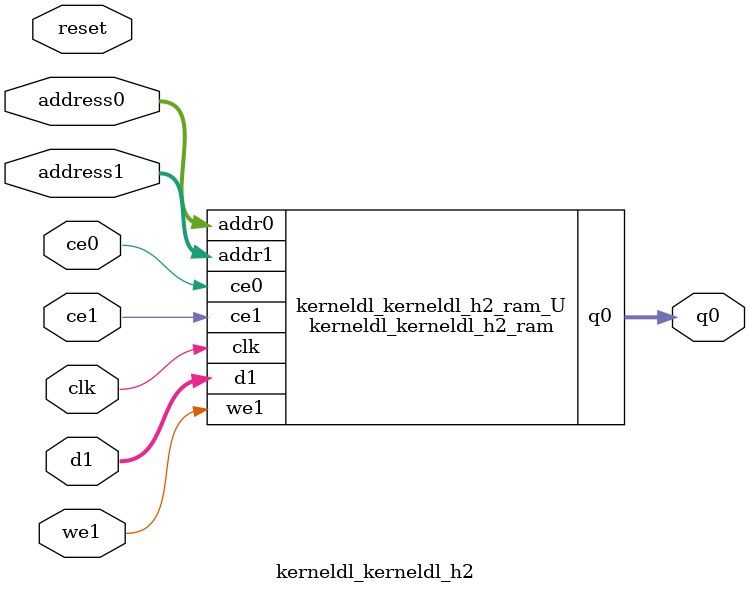
<source format=v>
`timescale 1 ns / 1 ps
module kerneldl_kerneldl_h2_ram (addr0, ce0, q0, addr1, ce1, d1, we1,  clk);

parameter DWIDTH = 32;
parameter AWIDTH = 19;
parameter MEM_SIZE = 312000;

input[AWIDTH-1:0] addr0;
input ce0;
output reg[DWIDTH-1:0] q0;
input[AWIDTH-1:0] addr1;
input ce1;
input[DWIDTH-1:0] d1;
input we1;
input clk;

(* ram_style = "block" *)reg [DWIDTH-1:0] ram[0:MEM_SIZE-1];




always @(posedge clk)  
begin 
    if (ce0) 
    begin
        q0 <= ram[addr0];
    end
end


always @(posedge clk)  
begin 
    if (ce1) 
    begin
        if (we1) 
        begin 
            ram[addr1] <= d1; 
        end 
    end
end


endmodule

`timescale 1 ns / 1 ps
module kerneldl_kerneldl_h2(
    reset,
    clk,
    address0,
    ce0,
    q0,
    address1,
    ce1,
    we1,
    d1);

parameter DataWidth = 32'd32;
parameter AddressRange = 32'd312000;
parameter AddressWidth = 32'd19;
input reset;
input clk;
input[AddressWidth - 1:0] address0;
input ce0;
output[DataWidth - 1:0] q0;
input[AddressWidth - 1:0] address1;
input ce1;
input we1;
input[DataWidth - 1:0] d1;



kerneldl_kerneldl_h2_ram kerneldl_kerneldl_h2_ram_U(
    .clk( clk ),
    .addr0( address0 ),
    .ce0( ce0 ),
    .q0( q0 ),
    .addr1( address1 ),
    .ce1( ce1 ),
    .we1( we1 ),
    .d1( d1 ));

endmodule


</source>
